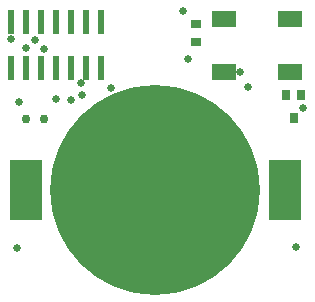
<source format=gbs>
G04*
G04 #@! TF.GenerationSoftware,Altium Limited,Altium Designer,18.1.9 (240)*
G04*
G04 Layer_Color=16776960*
%FSLAX24Y24*%
%MOIN*%
G70*
G01*
G75*
%ADD17R,0.0350X0.0310*%
%ADD27C,0.0300*%
%ADD28C,0.0260*%
%ADD31R,0.0276X0.0354*%
%ADD32R,0.0248X0.0787*%
%ADD33R,0.0800X0.0550*%
%ADD34C,0.7000*%
%ADD35R,0.1098X0.2000*%
D17*
X6590Y9720D02*
D03*
Y9100D02*
D03*
D27*
X1530Y6540D02*
D03*
X930D02*
D03*
D28*
X4120Y5387D02*
D03*
X1520Y8890D02*
D03*
X440Y9200D02*
D03*
X2786Y7356D02*
D03*
X2440Y7170D02*
D03*
X2750Y7725D02*
D03*
X3750Y7590D02*
D03*
X620Y2240D02*
D03*
X9910Y2280D02*
D03*
X3460Y3530D02*
D03*
X6170Y10140D02*
D03*
X8330Y7620D02*
D03*
X2357Y3201D02*
D03*
X690Y7096D02*
D03*
X940Y8910D02*
D03*
X1940Y7220D02*
D03*
X2380Y5710D02*
D03*
X1220Y9170D02*
D03*
X10170Y6900D02*
D03*
X4230Y1890D02*
D03*
X7029Y1730D02*
D03*
X8520Y4640D02*
D03*
X6320Y8530D02*
D03*
X8060Y8095D02*
D03*
D31*
X10106Y7324D02*
D03*
X9594D02*
D03*
X9850Y6576D02*
D03*
D32*
X3440Y8232D02*
D03*
X2940D02*
D03*
X2440D02*
D03*
X1940D02*
D03*
X1440D02*
D03*
X940D02*
D03*
X440D02*
D03*
X3440Y9768D02*
D03*
X2940D02*
D03*
X2440D02*
D03*
X1940D02*
D03*
X1440D02*
D03*
X940D02*
D03*
X440D02*
D03*
D33*
X7520Y8095D02*
D03*
X9720D02*
D03*
X7520Y9865D02*
D03*
X9720D02*
D03*
D34*
X5240Y4180D02*
D03*
D35*
X915D02*
D03*
X9565D02*
D03*
M02*

</source>
